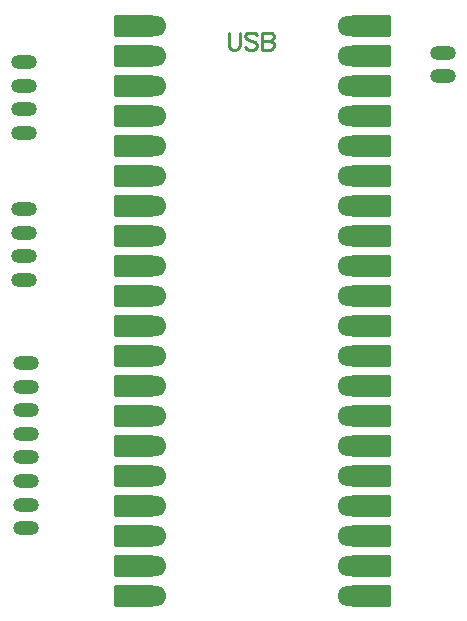
<source format=gts>
G04 Layer: TopSolderMaskLayer*
G04 EasyEDA v6.5.22, 2023-01-22 13:06:19*
G04 0c68e4b3833447f1a742fbae9dbd46bb,e6ab44e7981244f9a09eab8f9c412657,10*
G04 Gerber Generator version 0.2*
G04 Scale: 100 percent, Rotated: No, Reflected: No *
G04 Dimensions in millimeters *
G04 leading zeros omitted , absolute positions ,4 integer and 5 decimal *
%FSLAX45Y45*%
%MOMM*%

%AMMACRO1*1,1,$1,$2,$3*1,1,$1,$4,$5*1,1,$1,0-$2,0-$3*1,1,$1,0-$4,0-$5*20,1,$1,$2,$3,$4,$5,0*20,1,$1,$4,$5,0-$2,0-$3,0*20,1,$1,0-$2,0-$3,0-$4,0-$5,0*20,1,$1,0-$4,0-$5,$2,$3,0*4,1,4,$2,$3,$4,$5,0-$2,0-$3,0-$4,0-$5,$2,$3,0*%
%ADD10C,0.2540*%
%ADD11O,2.2031959999999997X1.203198*%
%ADD12C,1.6764*%
%ADD13R,1.6764X1.6764*%
%ADD14MACRO1,0.1016X0.7874X0.7874X0.7874X-0.7874*%
%ADD15MACRO1,0.2032X-1.6X0.8X1.6X0.8*%
%ADD16O,3.3015936X1.7015968000000001*%

%LPD*%
D10*
X2924190Y8741763D02*
G01*
X2924190Y8637877D01*
X2931048Y8617303D01*
X2945018Y8603333D01*
X2965846Y8596475D01*
X2979562Y8596475D01*
X3000390Y8603333D01*
X3014360Y8617303D01*
X3021218Y8637877D01*
X3021218Y8741763D01*
X3163966Y8721189D02*
G01*
X3149996Y8734905D01*
X3129168Y8741763D01*
X3101482Y8741763D01*
X3080654Y8734905D01*
X3066938Y8721189D01*
X3066938Y8707219D01*
X3073796Y8693503D01*
X3080654Y8686391D01*
X3094624Y8679533D01*
X3136280Y8665563D01*
X3149996Y8658705D01*
X3156854Y8651847D01*
X3163966Y8637877D01*
X3163966Y8617303D01*
X3149996Y8603333D01*
X3129168Y8596475D01*
X3101482Y8596475D01*
X3080654Y8603333D01*
X3066938Y8617303D01*
X3209686Y8741763D02*
G01*
X3209686Y8596475D01*
X3209686Y8741763D02*
G01*
X3271916Y8741763D01*
X3292744Y8734905D01*
X3299602Y8728047D01*
X3306460Y8714077D01*
X3306460Y8700361D01*
X3299602Y8686391D01*
X3292744Y8679533D01*
X3271916Y8672675D01*
X3209686Y8672675D02*
G01*
X3271916Y8672675D01*
X3292744Y8665563D01*
X3299602Y8658705D01*
X3306460Y8644989D01*
X3306460Y8624161D01*
X3299602Y8610191D01*
X3292744Y8603333D01*
X3271916Y8596475D01*
X3209686Y8596475D01*
D11*
G01*
X4737100Y8370900D03*
G01*
X4737100Y8570899D03*
D12*
G01*
X2235200Y8801100D03*
G01*
X2235200Y8547100D03*
G01*
X2235200Y8293100D03*
G01*
X2235200Y8039100D03*
G01*
X2235200Y7785100D03*
G01*
X2235200Y7531100D03*
G01*
X2235200Y7277100D03*
G01*
X2235200Y7023100D03*
G01*
X2235200Y6769100D03*
G01*
X2235200Y6515100D03*
G01*
X2235200Y6261100D03*
G01*
X2235200Y6007100D03*
G01*
X2235200Y5753100D03*
G01*
X2235200Y5499100D03*
G01*
X2235200Y5245100D03*
G01*
X2235200Y4991100D03*
G01*
X2235200Y4737100D03*
G01*
X2235200Y4483100D03*
G01*
X2235200Y4229100D03*
D13*
G01*
X2235200Y3975100D03*
D12*
G01*
X4013200Y3975100D03*
G01*
X4013200Y4229100D03*
G01*
X4013200Y4483100D03*
G01*
X4013200Y4737100D03*
G01*
X4013200Y4991100D03*
G01*
X4013200Y5245100D03*
G01*
X4013200Y5499100D03*
G01*
X4013200Y5753100D03*
G01*
X4013200Y6007100D03*
G01*
X4013200Y6261100D03*
G01*
X4013200Y6515100D03*
G01*
X4013200Y6769100D03*
G01*
X4013200Y7023100D03*
G01*
X4013200Y7277100D03*
G01*
X4013200Y7531100D03*
G01*
X4013200Y7785100D03*
G01*
X4013200Y8039100D03*
G01*
X4013200Y8293100D03*
G01*
X4013200Y8547100D03*
D14*
G01*
X4013200Y8801100D03*
D11*
G01*
X1193800Y7046899D03*
G01*
X1193800Y7246899D03*
G01*
X1193800Y6846900D03*
G01*
X1193800Y6646900D03*
G01*
X1193800Y8291499D03*
G01*
X1193800Y8491499D03*
G01*
X1193800Y8091500D03*
G01*
X1193800Y7891500D03*
G01*
X1206500Y4945100D03*
G01*
X1206500Y5145100D03*
G01*
X1206500Y5345099D03*
G01*
X1206500Y4745101D03*
G01*
X1206500Y4545101D03*
G01*
X1206500Y5545099D03*
G01*
X1206500Y5745098D03*
G01*
X1206500Y5945098D03*
D15*
G01*
X2120889Y8801092D03*
G01*
X2120889Y8547092D03*
G01*
X2120889Y8293092D03*
G01*
X2120889Y8039092D03*
G01*
X2120889Y7785092D03*
G01*
X2120889Y7531092D03*
G01*
X2120889Y7277092D03*
G01*
X2120889Y7023092D03*
G01*
X2120889Y6769092D03*
G01*
X2120889Y6515092D03*
G01*
X2120889Y6261092D03*
G01*
X2120889Y6007092D03*
G01*
X2120889Y5753092D03*
G01*
X2120889Y5499092D03*
G01*
X2120889Y5245092D03*
G01*
X2120889Y4991092D03*
G01*
X2120889Y4737092D03*
G01*
X2120889Y4483092D03*
G01*
X2120889Y4229092D03*
G01*
X2120889Y3975092D03*
G01*
X4127489Y3975092D03*
G01*
X4127489Y4229092D03*
G01*
X4127489Y4483092D03*
G01*
X4127489Y4737092D03*
G01*
X4127489Y4991092D03*
G01*
X4127489Y5245092D03*
G01*
X4127489Y5499092D03*
G01*
X4127489Y5753092D03*
G01*
X4127489Y6007092D03*
G01*
X4127489Y6261092D03*
G01*
X4127489Y6515092D03*
G01*
X4127489Y6769092D03*
G01*
X4127489Y7023092D03*
G01*
X4127489Y7277092D03*
G01*
X4127489Y7531092D03*
G01*
X4127489Y7785092D03*
G01*
X4127489Y8039092D03*
G01*
X4127489Y8293092D03*
G01*
X4127489Y8547092D03*
G01*
X4127489Y8801092D03*
D16*
G01*
X2235200Y8801100D03*
G01*
X2235200Y8547100D03*
G01*
X2235200Y8293100D03*
G01*
X2235200Y8039100D03*
G01*
X2235200Y7785100D03*
G01*
X2235200Y7531100D03*
G01*
X2235200Y7277100D03*
G01*
X2235200Y7023100D03*
G01*
X2235200Y6769100D03*
G01*
X2235200Y6515100D03*
G01*
X2235200Y6261100D03*
G01*
X2235200Y6007100D03*
G01*
X2235200Y5753100D03*
G01*
X2235200Y5499100D03*
G01*
X2235200Y5245100D03*
G01*
X2235200Y4991100D03*
G01*
X2235200Y4737100D03*
G01*
X2235200Y4483100D03*
G01*
X2235200Y4229100D03*
G01*
X2235200Y3975100D03*
G01*
X4013200Y3975100D03*
G01*
X4013200Y4229100D03*
G01*
X4013200Y4483100D03*
G01*
X4013200Y4737100D03*
G01*
X4013200Y4991100D03*
G01*
X4013200Y5245100D03*
G01*
X4013200Y5499100D03*
G01*
X4013200Y5753100D03*
G01*
X4013200Y6007100D03*
G01*
X4013200Y6261100D03*
G01*
X4013200Y6515100D03*
G01*
X4013200Y6769100D03*
G01*
X4013200Y7023100D03*
G01*
X4013200Y7277100D03*
G01*
X4013200Y7531100D03*
G01*
X4013200Y7785100D03*
G01*
X4013200Y8039100D03*
G01*
X4013200Y8293100D03*
G01*
X4013200Y8547100D03*
G01*
X4013200Y8801100D03*
M02*

</source>
